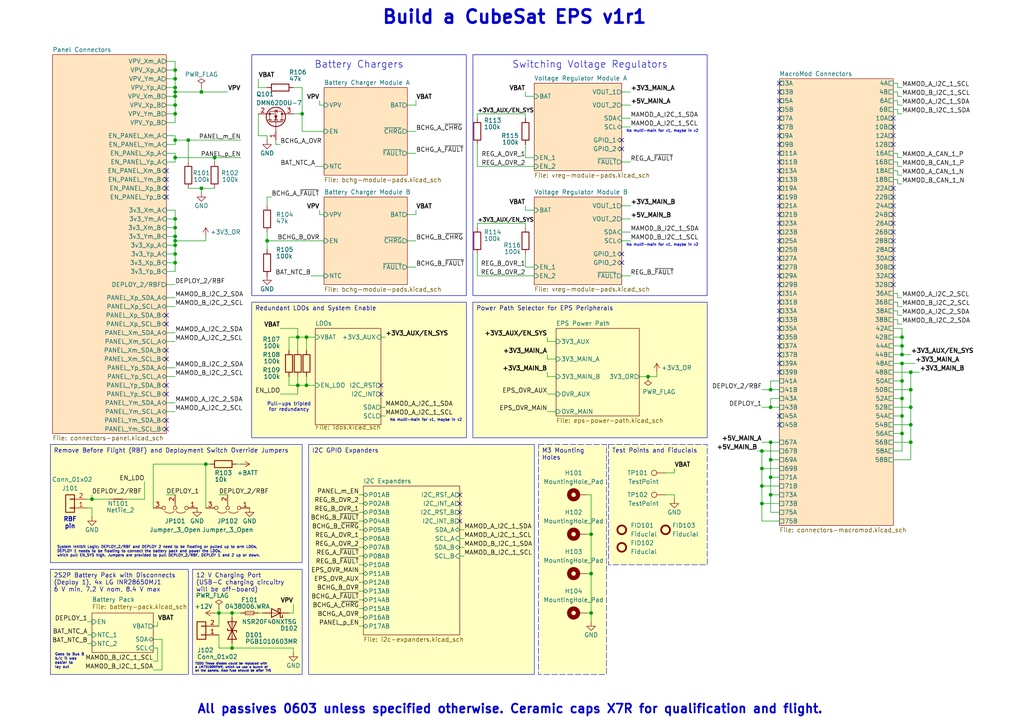
<source format=kicad_sch>
(kicad_sch (version 20250114) (generator "eeschema") (generator_version "9.0")
  (paper "A4")
  (title_block (title "EPS v1 ") (date "2025-06-11") (rev "1") (company "MSU") (comment 1 "Dodo Kamel") (comment 2 "CC BY-SA 4.0") (comment 3 "https://buildacubesat.space"))
  (text "No multi-main for v1, maybe in v2" (at 113.03 121.92 0) (effects (font (size 0.762 0.762)) (justify left)))
  (text "All passives 0603 unless specified otherwise. Ceramic caps X7R for qualification and flight." (at 147.955 205.74 0) (effects (font (size 2.54 2.54) (bold yes))))
  (text "Pull-ups tripled\nfor redundancy" (at 83.82 118.11 0) (effects (font (size 1.016 1.016))))
  (text "Build a CubeSat EPS v1r${REVISION}" (at 149.225 5.08 0) (effects (font (size 3.81 3.81) (bold yes))))
  (text "No multi-main for v1, maybe in v2" (at 181.61 38.1 0) (effects (font (size 0.762 0.762)) (justify left)))
  (text "Goes to Bus B\nb/c it was\neasier to\nlay out" (at 15.875 191.77 0) (effects (font (size 0.762 0.762)) (justify left)))
  (text "No multi-main for v1, maybe in v2" (at 181.61 71.12 0) (effects (font (size 0.762 0.762)) (justify left)))
  (text "System Inhibit Logic: DEPLOY_2/RBF and DEPLOY 2 need to be floating or pulled up to arm LDOs,\nDEPLOY 1 needs to be floating to connect the battery pack and power the LDOs,\nwhich pull EN_SYS high. Jumpers are provided to pull DEPLOY_2/RBF, DEPLOY 1 and 2 up or down." (at 16.51 160.02 0) (effects (font (size 0.762 0.762)) (justify left)))
  (text "TODO These diodes could be replaced with\na LM73100RPWR, which we use a bunch of\non the panels. Also fuse should be after TVS" (at 56.515 193.675 0) (effects (font (size 0.635 0.635)) (justify left)))
  (text "RBF\npin" (at 20.32 151.765 0) (effects (font (size 1.27 1.27) (thickness 0.254) (bold yes))))
  (text_box "2S2P Battery Pack with Disconnects (Deploy 1), 4x LG INR28650MJ1\n6 V min, 7.2 V nom, 8.4 V max" (at 14.605 165.1 0) (size 40.005 30.48) (margins 0.9525 0.9525 0.9525 0.9525) (fill (type color) (color 255 255 194 1)) (effects (font (size 1.27 1.27)) (justify left top)))
  (text_box "Switching Voltage Regulators" (at 137.16 15.875 0) (size 67.945 69.85) (margins 1.524 1.524 1.524 1.524) (effects (font (size 2.032 2.032)) (justify top)))
  (text_box "M3 Mounting Holes" (at 156.21 128.905 0) (size 19.685 66.675) (margins 0.9525 0.9525 0.9525 0.9525) (stroke (width 0) (type dash)) (fill (type color) (color 255 255 194 1)) (effects (font (size 1.27 1.27)) (justify left top)))
  (text_box "I2C GPIO Expanders" (at 89.535 128.905 0) (size 65.405 66.675) (margins 0.9525 0.9525 0.9525 0.9525) (fill (type color) (color 255 255 194 1)) (effects (font (size 1.27 1.27)) (justify left top)))
  (text_box "Redundant LDOs and System Enable" (at 73.025 87.63 0) (size 62.23 39.37) (margins 0.9525 0.9525 0.9525 0.9525) (fill (type color) (color 255 255 194 1)) (effects (font (size 1.27 1.27)) (justify left top)))
  (text_box "Test Points and Fiducials" (at 176.53 128.905 0) (size 28.575 34.925) (margins 0.9525 0.9525 0.9525 0.9525) (stroke (width 0) (type dash)) (fill (type color) (color 255 255 194 1)) (effects (font (size 1.27 1.27)) (justify left top)))
  (text_box "12 V Charging Port\n(USB-C charging circuitry\nwill be off-board)" (at 55.88 165.1 0) (size 31.75 30.48) (margins 0.9525 0.9525 0.9525 0.9525) (fill (type color) (color 255 255 194 1)) (effects (font (size 1.27 1.27)) (justify left top)))
  (text_box "Battery Chargers" (at 73.025 15.875 0) (size 62.23 69.85) (margins 1.524 1.524 1.524 1.524) (effects (font (size 2.032 2.032)) (justify top)))
  (text_box "Remove Before Flight (RBF) and Deployment Switch Override Jumpers" (at 14.605 128.905 0) (size 73.025 34.29) (margins 0.9525 0.9525 0.9525 0.9525) (fill (type color) (color 255 255 194 1)) (effects (font (size 1.27 1.27)) (justify left top)))
  (text_box "Power Path Selector for EPS Peripherals" (at 137.16 87.63 0) (size 67.945 39.37) (margins 0.9525 0.9525 0.9525 0.9525) (fill (type color) (color 255 255 194 1)) (effects (font (size 1.27 1.27)) (justify left top)))
  (junction (at 67.31 177.8))
  (junction (at 264.16 118.11))
  (junction (at 223.52 118.11))
  (junction (at 50.8 27.94))
  (junction (at 58.42 26.67))
  (junction (at 50.8 63.5))
  (junction (at 171.45 177.8))
  (junction (at 50.8 26.67))
  (junction (at 223.52 128.27))
  (junction (at 261.62 105.41))
  (junction (at 264.16 128.27))
  (junction (at 223.52 113.03))
  (junction (at 50.8 25.4))
  (junction (at 261.62 125.73))
  (junction (at 50.8 73.66))
  (junction (at 88.9 111.76))
  (junction (at 261.62 100.33))
  (junction (at 50.8 33.02))
  (junction (at 187.96 109.22))
  (junction (at 59.69 134.62))
  (junction (at 77.47 69.85))
  (junction (at 50.8 66.04))
  (junction (at 220.98 140.97))
  (junction (at 261.62 120.65))
  (junction (at 223.52 133.35))
  (junction (at 171.45 166.37))
  (junction (at 50.8 40.64))
  (junction (at 50.8 20.32))
  (junction (at 86.36 97.79))
  (junction (at 50.8 69.85))
  (junction (at 261.62 115.57))
  (junction (at 261.62 97.79))
  (junction (at 223.52 138.43))
  (junction (at 54.61 40.64))
  (junction (at 62.23 45.72))
  (junction (at 50.8 30.48))
  (junction (at 50.8 71.12))
  (junction (at 50.8 22.86))
  (junction (at 26.67 144.78))
  (junction (at 264.16 107.95))
  (junction (at 50.8 68.58))
  (junction (at 264.16 123.19))
  (junction (at 86.36 111.76))
  (junction (at 50.8 76.2))
  (junction (at 87.63 33.02))
  (junction (at 264.16 113.03))
  (junction (at 220.98 130.81))
  (junction (at 261.62 102.87))
  (junction (at 261.62 110.49))
  (junction (at 88.9 97.79))
  (junction (at 58.42 54.61))
  (junction (at 220.98 135.89))
  (junction (at 171.45 154.94))
  (junction (at 63.5 177.8))
  (junction (at 220.98 146.05))
  (junction (at 223.52 143.51))
  (junction (at 50.8 45.72))
  (junction (at 67.31 187.96))
  (no_connect (at 226.06 92.71))
  (no_connect (at 226.06 95.25))
  (no_connect (at 226.06 105.41))
  (no_connect (at 226.06 64.77))
  (no_connect (at 226.06 87.63))
  (no_connect (at 226.06 120.65))
  (no_connect (at 48.26 121.92))
  (no_connect (at 259.08 54.61))
  (no_connect (at 48.26 104.14))
  (no_connect (at 226.06 62.23))
  (no_connect (at 259.08 74.93))
  (no_connect (at 180.34 40.64))
  (no_connect (at 110.49 114.3))
  (no_connect (at 259.08 57.15))
  (no_connect (at 226.06 85.09))
  (no_connect (at 226.06 100.33))
  (no_connect (at 133.35 143.51))
  (no_connect (at 259.08 80.01))
  (no_connect (at 48.26 54.61))
  (no_connect (at 259.08 67.31))
  (no_connect (at 48.26 124.46))
  (no_connect (at 259.08 34.29))
  (no_connect (at 226.06 41.91))
  (no_connect (at 259.08 36.83))
  (no_connect (at 48.26 49.53))
  (no_connect (at 110.49 111.76))
  (no_connect (at 259.08 72.39))
  (no_connect (at 226.06 80.01))
  (no_connect (at 259.08 39.37))
  (no_connect (at 226.06 44.45))
  (no_connect (at 133.35 148.59))
  (no_connect (at 259.08 41.91))
  (no_connect (at 226.06 29.21))
  (no_connect (at 48.26 93.98))
  (no_connect (at 226.06 74.93))
  (no_connect (at 259.08 82.55))
  (no_connect (at 226.06 72.39))
  (no_connect (at 180.34 43.18))
  (no_connect (at 48.26 91.44))
  (no_connect (at 226.06 24.13))
  (no_connect (at 259.08 77.47))
  (no_connect (at 226.06 123.19))
  (no_connect (at 259.08 59.69))
  (no_connect (at 226.06 67.31))
  (no_connect (at 226.06 107.95))
  (no_connect (at 226.06 82.55))
  (no_connect (at 226.06 46.99))
  (no_connect (at 259.08 69.85))
  (no_connect (at 226.06 34.29))
  (no_connect (at 226.06 102.87))
  (no_connect (at 180.34 76.2))
  (no_connect (at 226.06 31.75))
  (no_connect (at 226.06 52.07))
  (no_connect (at 226.06 39.37))
  (no_connect (at 180.34 73.66))
  (no_connect (at 226.06 57.15))
  (no_connect (at 226.06 59.69))
  (no_connect (at 48.26 101.6))
  (no_connect (at 226.06 77.47))
  (no_connect (at 133.35 151.13))
  (no_connect (at 226.06 90.17))
  (no_connect (at 226.06 26.67))
  (no_connect (at 48.26 111.76))
  (no_connect (at 226.06 54.61))
  (no_connect (at 133.35 146.05))
  (no_connect (at 226.06 69.85))
  (no_connect (at 48.26 52.07))
  (no_connect (at 226.06 49.53))
  (no_connect (at 259.08 64.77))
  (no_connect (at 226.06 97.79))
  (no_connect (at 48.26 57.15))
  (no_connect (at 259.08 62.23))
  (no_connect (at 226.06 36.83))
  (no_connect (at 48.26 114.3))
  (wire (pts (xy 259.08 95.25) (xy 261.62 95.25)))
  (wire (pts (xy 152.4 27.94) (xy 152.4 26.67)))
  (wire (pts (xy 138.43 73.66) (xy 138.43 80.01)))
  (wire (pts (xy 110.49 118.11) (xy 111.76 118.11)))
  (wire (pts (xy 260.35 52.07) (xy 259.08 52.07)))
  (wire (pts (xy 266.7 107.95) (xy 264.16 107.95)))
  (wire (pts (xy 88.9 109.22) (xy 88.9 111.76)))
  (wire (pts (xy 261.62 86.36) (xy 260.35 86.36)))
  (wire (pts (xy 104.14 181.61) (xy 105.41 181.61)))
  (wire (pts (xy 170.18 166.37) (xy 171.45 166.37)))
  (wire (pts (xy 50.8 40.64) (xy 50.8 41.91)))
  (wire (pts (xy 138.43 66.04) (xy 138.43 64.77)))
  (wire (pts (xy 77.47 25.4) (xy 74.93 25.4)))
  (wire (pts (xy 41.91 139.7) (xy 41.91 144.78)))
  (wire (pts (xy 50.8 68.58) (xy 50.8 69.85)))
  (wire (pts (xy 158.75 119.38) (xy 161.29 119.38)))
  (wire (pts (xy 48.26 99.06) (xy 50.8 99.06)))
  (wire (pts (xy 260.35 86.36) (xy 260.35 85.09)))
  (wire (pts (xy 264.16 118.11) (xy 264.16 123.19)))
  (wire (pts (xy 58.42 25.4) (xy 58.42 26.67)))
  (wire (pts (xy 220.98 128.27) (xy 223.52 128.27)))
  (wire (pts (xy 152.4 77.47) (xy 154.94 77.47)))
  (wire (pts (xy 260.35 91.44) (xy 260.35 90.17)))
  (wire (pts (xy 48.26 20.32) (xy 50.8 20.32)))
  (wire (pts (xy 180.34 69.85) (xy 182.88 69.85)))
  (wire (pts (xy 259.08 97.79) (xy 261.62 97.79)))
  (wire (pts (xy 260.35 88.9) (xy 260.35 87.63)))
  (wire (pts (xy 48.26 116.84) (xy 50.8 116.84)))
  (wire (pts (xy 261.62 105.41) (xy 261.62 110.49)))
  (wire (pts (xy 158.75 99.06) (xy 161.29 99.06)))
  (wire (pts (xy 104.14 179.07) (xy 105.41 179.07)))
  (wire (pts (xy 67.31 187.96) (xy 85.09 187.96)))
  (wire (pts (xy 261.62 27.94) (xy 260.35 27.94)))
  (wire (pts (xy 260.35 44.45) (xy 259.08 44.45)))
  (wire (pts (xy 48.26 63.5) (xy 50.8 63.5)))
  (wire (pts (xy 104.14 153.67) (xy 105.41 153.67)))
  (wire (pts (xy 134.62 156.21) (xy 133.35 156.21)))
  (wire (pts (xy 261.62 50.8) (xy 260.35 50.8)))
  (wire (pts (xy 120.65 29.21) (xy 120.65 30.48)))
  (wire (pts (xy 63.5 177.8) (xy 63.5 181.61)))
  (wire (pts (xy 223.52 143.51) (xy 226.06 143.51)))
  (wire (pts (xy 261.62 25.4) (xy 260.35 25.4)))
  (wire (pts (xy 261.62 93.98) (xy 260.35 93.98)))
  (wire (pts (xy 104.14 171.45) (xy 105.41 171.45)))
  (wire (pts (xy 261.62 95.25) (xy 261.62 97.79)))
  (wire (pts (xy 50.8 76.2) (xy 50.8 78.74)))
  (wire (pts (xy 48.26 66.04) (xy 50.8 66.04)))
  (wire (pts (xy 261.62 125.73) (xy 259.08 125.73)))
  (wire (pts (xy 260.35 26.67) (xy 259.08 26.67)))
  (wire (pts (xy 152.4 45.72) (xy 154.94 45.72)))
  (wire (pts (xy 87.63 38.1) (xy 87.63 33.02)))
  (wire (pts (xy 50.8 71.12) (xy 50.8 73.66)))
  (wire (pts (xy 67.31 177.8) (xy 69.85 177.8)))
  (wire (pts (xy 180.34 36.83) (xy 182.88 36.83)))
  (wire (pts (xy 260.35 33.02) (xy 260.35 31.75)))
  (wire (pts (xy 77.47 67.31) (xy 77.47 69.85)))
  (wire (pts (xy 59.69 69.85) (xy 50.8 69.85)))
  (wire (pts (xy 26.67 147.32) (xy 26.67 149.86)))
  (wire (pts (xy 180.34 59.69) (xy 182.88 59.69)))
  (wire (pts (xy 259.08 105.41) (xy 261.62 105.41)))
  (wire (pts (xy 260.35 50.8) (xy 260.35 49.53)))
  (wire (pts (xy 50.8 25.4) (xy 50.8 26.67)))
  (wire (pts (xy 77.47 72.39) (xy 77.47 69.85)))
  (wire (pts (xy 134.62 161.29) (xy 133.35 161.29)))
  (wire (pts (xy 261.62 53.34) (xy 260.35 53.34)))
  (wire (pts (xy 58.42 26.67) (xy 66.04 26.67)))
  (wire (pts (xy 261.62 45.72) (xy 260.35 45.72)))
  (wire (pts (xy 25.4 184.15) (xy 26.67 184.15)))
  (wire (pts (xy 92.71 60.96) (xy 92.71 62.23)))
  (wire (pts (xy 48.26 71.12) (xy 50.8 71.12)))
  (wire (pts (xy 54.61 54.61) (xy 58.42 54.61)))
  (wire (pts (xy 44.45 187.96) (xy 45.72 187.96)))
  (wire (pts (xy 25.4 186.69) (xy 26.67 186.69)))
  (wire (pts (xy 260.35 45.72) (xy 260.35 44.45)))
  (wire (pts (xy 158.75 102.87) (xy 158.75 104.14)))
  (wire (pts (xy 171.45 177.8) (xy 171.45 180.34)))
  (wire (pts (xy 50.8 30.48) (xy 50.8 33.02)))
  (wire (pts (xy 260.35 31.75) (xy 259.08 31.75)))
  (wire (pts (xy 264.16 102.87) (xy 261.62 102.87)))
  (wire (pts (xy 104.14 166.37) (xy 105.41 166.37)))
  (wire (pts (xy 87.63 38.1) (xy 93.98 38.1)))
  (wire (pts (xy 120.65 60.96) (xy 120.65 62.23)))
  (wire (pts (xy 261.62 102.87) (xy 259.08 102.87)))
  (wire (pts (xy 88.9 97.79) (xy 91.44 97.79)))
  (wire (pts (xy 104.14 173.99) (xy 105.41 173.99)))
  (wire (pts (xy 67.31 187.96) (xy 67.31 186.69)))
  (wire (pts (xy 187.96 109.22) (xy 190.5 109.22)))
  (wire (pts (xy 50.8 46.99) (xy 48.26 46.99)))
  (wire (pts (xy 220.98 151.13) (xy 226.06 151.13)))
  (wire (pts (xy 261.62 91.44) (xy 260.35 91.44)))
  (wire (pts (xy 223.52 133.35) (xy 226.06 133.35)))
  (wire (pts (xy 264.16 123.19) (xy 259.08 123.19)))
  (wire (pts (xy 193.04 143.51) (xy 195.58 143.51)))
  (wire (pts (xy 220.98 130.81) (xy 220.98 135.89)))
  (wire (pts (xy 220.98 146.05) (xy 226.06 146.05)))
  (wire (pts (xy 50.8 35.56) (xy 48.26 35.56)))
  (wire (pts (xy 86.36 97.79) (xy 86.36 101.6)))
  (wire (pts (xy 180.34 30.48) (xy 182.88 30.48)))
  (wire (pts (xy 220.98 140.97) (xy 220.98 146.05)))
  (wire (pts (xy 48.26 27.94) (xy 50.8 27.94)))
  (wire (pts (xy 86.36 95.25) (xy 86.36 97.79)))
  (wire (pts (xy 58.42 54.61) (xy 62.23 54.61)))
  (wire (pts (xy 260.35 85.09) (xy 259.08 85.09)))
  (wire (pts (xy 260.35 24.13) (xy 259.08 24.13)))
  (wire (pts (xy 85.09 187.96) (xy 85.09 189.23)))
  (wire (pts (xy 171.45 166.37) (xy 171.45 177.8)))
  (wire (pts (xy 118.11 44.45) (xy 120.65 44.45)))
  (wire (pts (xy 158.75 114.3) (xy 161.29 114.3)))
  (wire (pts (xy 138.43 80.01) (xy 154.94 80.01)))
  (wire (pts (xy 264.16 113.03) (xy 264.16 118.11)))
  (wire (pts (xy 92.71 62.23) (xy 93.98 62.23)))
  (wire (pts (xy 44.45 185.42) (xy 46.99 185.42)))
  (wire (pts (xy 50.8 17.78) (xy 50.8 20.32)))
  (wire (pts (xy 223.52 113.03) (xy 226.06 113.03)))
  (wire (pts (xy 85.09 175.26) (xy 85.09 177.8)))
  (wire (pts (xy 180.34 63.5) (xy 182.88 63.5)))
  (wire (pts (xy 171.45 154.94) (xy 171.45 166.37)))
  (wire (pts (xy 223.52 133.35) (xy 223.52 138.43)))
  (wire (pts (xy 152.4 27.94) (xy 154.94 27.94)))
  (wire (pts (xy 83.82 111.76) (xy 86.36 111.76)))
  (wire (pts (xy 50.8 66.04) (xy 50.8 68.58)))
  (wire (pts (xy 54.61 40.64) (xy 54.61 46.99)))
  (wire (pts (xy 259.08 100.33) (xy 261.62 100.33)))
  (wire (pts (xy 261.62 97.79) (xy 261.62 100.33)))
  (wire (pts (xy 62.23 46.99) (xy 62.23 45.72)))
  (wire (pts (xy 260.35 25.4) (xy 260.35 24.13)))
  (wire (pts (xy 134.62 153.67) (xy 133.35 153.67)))
  (wire (pts (xy 104.14 143.51) (xy 105.41 143.51)))
  (wire (pts (xy 83.82 109.22) (xy 83.82 111.76)))
  (wire (pts (xy 134.62 158.75) (xy 133.35 158.75)))
  (wire (pts (xy 50.8 69.85) (xy 50.8 71.12)))
  (wire (pts (xy 264.16 123.19) (xy 264.16 128.27)))
  (wire (pts (xy 223.52 110.49) (xy 223.52 113.03)))
  (wire (pts (xy 223.52 148.59) (xy 226.06 148.59)))
  (wire (pts (xy 48.26 143.51) (xy 50.8 143.51)))
  (wire (pts (xy 48.26 73.66) (xy 50.8 73.66)))
  (wire (pts (xy 50.8 60.96) (xy 50.8 63.5)))
  (wire (pts (xy 48.26 60.96) (xy 50.8 60.96)))
  (wire (pts (xy 59.69 134.62) (xy 59.69 147.32)))
  (wire (pts (xy 45.72 180.34) (xy 45.72 181.61)))
  (wire (pts (xy 104.14 161.29) (xy 105.41 161.29)))
  (wire (pts (xy 77.47 39.37) (xy 77.47 40.64)))
  (wire (pts (xy 48.26 76.2) (xy 50.8 76.2)))
  (wire (pts (xy 158.75 97.79) (xy 158.75 99.06)))
  (wire (pts (xy 185.42 109.22) (xy 187.96 109.22)))
  (wire (pts (xy 220.98 118.11) (xy 223.52 118.11)))
  (wire (pts (xy 261.62 88.9) (xy 260.35 88.9)))
  (wire (pts (xy 260.35 90.17) (xy 259.08 90.17)))
  (wire (pts (xy 74.93 25.4) (xy 74.93 22.86)))
  (wire (pts (xy 111.76 97.79) (xy 110.49 97.79)))
  (wire (pts (xy 152.4 60.96) (xy 154.94 60.96)))
  (wire (pts (xy 87.63 25.4) (xy 87.63 33.02)))
  (wire (pts (xy 45.72 181.61) (xy 44.45 181.61)))
  (wire (pts (xy 261.62 130.81) (xy 259.08 130.81)))
  (wire (pts (xy 120.65 62.23) (xy 118.11 62.23)))
  (wire (pts (xy 48.26 106.68) (xy 50.8 106.68)))
  (wire (pts (xy 48.26 33.02) (xy 50.8 33.02)))
  (wire (pts (xy 260.35 29.21) (xy 259.08 29.21)))
  (wire (pts (xy 86.36 114.3) (xy 86.36 111.76)))
  (wire (pts (xy 226.06 115.57) (xy 223.52 115.57)))
  (wire (pts (xy 48.26 68.58) (xy 50.8 68.58)))
  (wire (pts (xy 77.47 39.37) (xy 74.93 39.37)))
  (wire (pts (xy 158.75 107.95) (xy 158.75 109.22)))
  (wire (pts (xy 261.62 125.73) (xy 261.62 130.81)))
  (wire (pts (xy 48.26 22.86) (xy 50.8 22.86)))
  (wire (pts (xy 170.18 154.94) (xy 171.45 154.94)))
  (wire (pts (xy 104.14 156.21) (xy 105.41 156.21)))
  (wire (pts (xy 48.26 109.22) (xy 50.8 109.22)))
  (wire (pts (xy 83.82 97.79) (xy 86.36 97.79)))
  (wire (pts (xy 92.71 30.48) (xy 93.98 30.48)))
  (wire (pts (xy 60.96 134.62) (xy 59.69 134.62)))
  (wire (pts (xy 118.11 69.85) (xy 120.65 69.85)))
  (wire (pts (xy 63.5 176.53) (xy 63.5 177.8)))
  (wire (pts (xy 26.67 143.51) (xy 26.67 144.78)))
  (wire (pts (xy 63.5 187.96) (xy 67.31 187.96)))
  (wire (pts (xy 68.58 134.62) (xy 69.85 134.62)))
  (wire (pts (xy 226.06 128.27) (xy 223.52 128.27)))
  (wire (pts (xy 260.35 93.98) (xy 260.35 92.71)))
  (wire (pts (xy 81.28 95.25) (xy 86.36 95.25)))
  (wire (pts (xy 50.8 26.67) (xy 50.8 27.94)))
  (wire (pts (xy 138.43 41.91) (xy 138.43 48.26)))
  (wire (pts (xy 41.91 144.78) (xy 36.83 144.78)))
  (wire (pts (xy 44.45 134.62) (xy 59.69 134.62)))
  (wire (pts (xy 261.62 120.65) (xy 259.08 120.65)))
  (wire (pts (xy 50.8 44.45) (xy 50.8 45.72)))
  (wire (pts (xy 48.26 119.38) (xy 50.8 119.38)))
  (wire (pts (xy 180.34 34.29) (xy 182.88 34.29)))
  (wire (pts (xy 67.31 177.8) (xy 67.31 179.07)))
  (wire (pts (xy 220.98 135.89) (xy 220.98 140.97)))
  (wire (pts (xy 260.35 27.94) (xy 260.35 26.67)))
  (wire (pts (xy 26.67 144.78) (xy 25.4 144.78)))
  (wire (pts (xy 264.16 107.95) (xy 259.08 107.95)))
  (wire (pts (xy 26.67 144.78) (xy 31.75 144.78)))
  (wire (pts (xy 63.5 184.15) (xy 63.5 187.96)))
  (wire (pts (xy 264.16 113.03) (xy 259.08 113.03)))
  (wire (pts (xy 45.72 187.96) (xy 45.72 191.77)))
  (wire (pts (xy 190.5 109.22) (xy 190.5 107.95)))
  (wire (pts (xy 85.09 25.4) (xy 87.63 25.4)))
  (wire (pts (xy 86.36 111.76) (xy 88.9 111.76)))
  (wire (pts (xy 223.52 118.11) (xy 226.06 118.11)))
  (wire (pts (xy 261.62 115.57) (xy 259.08 115.57)))
  (wire (pts (xy 48.26 86.36) (xy 50.8 86.36)))
  (wire (pts (xy 195.58 143.51) (xy 195.58 144.78)))
  (wire (pts (xy 152.4 60.96) (xy 152.4 59.69)))
  (wire (pts (xy 220.98 146.05) (xy 220.98 151.13)))
  (wire (pts (xy 81.28 41.91) (xy 80.01 41.91)))
  (wire (pts (xy 77.47 69.85) (xy 93.98 69.85)))
  (wire (pts (xy 50.8 41.91) (xy 48.26 41.91)))
  (wire (pts (xy 261.62 110.49) (xy 261.62 115.57)))
  (wire (pts (xy 170.18 177.8) (xy 171.45 177.8)))
  (wire (pts (xy 104.14 163.83) (xy 105.41 163.83)))
  (wire (pts (xy 219.71 130.81) (xy 220.98 130.81)))
  (wire (pts (xy 104.14 176.53) (xy 105.41 176.53)))
  (wire (pts (xy 118.11 38.1) (xy 120.65 38.1)))
  (wire (pts (xy 170.18 143.51) (xy 171.45 143.51)))
  (wire (pts (xy 138.43 48.26) (xy 154.94 48.26)))
  (wire (pts (xy 195.58 137.16) (xy 193.04 137.16)))
  (wire (pts (xy 180.34 26.67) (xy 182.88 26.67)))
  (wire (pts (xy 48.26 82.55) (xy 50.8 82.55)))
  (wire (pts (xy 85.09 177.8) (xy 83.82 177.8)))
  (wire (pts (xy 25.4 180.34) (xy 26.67 180.34)))
  (wire (pts (xy 261.62 100.33) (xy 261.62 102.87)))
  (wire (pts (xy 180.34 67.31) (xy 182.88 67.31)))
  (wire (pts (xy 195.58 135.89) (xy 195.58 137.16)))
  (wire (pts (xy 138.43 33.02) (xy 152.4 33.02)))
  (wire (pts (xy 77.47 57.15) (xy 78.74 57.15)))
  (wire (pts (xy 104.14 168.91) (xy 105.41 168.91)))
  (wire (pts (xy 220.98 113.03) (xy 223.52 113.03)))
  (wire (pts (xy 44.45 134.62) (xy 44.45 147.32)))
  (wire (pts (xy 261.62 33.02) (xy 260.35 33.02)))
  (wire (pts (xy 220.98 130.81) (xy 226.06 130.81)))
  (wire (pts (xy 88.9 97.79) (xy 88.9 101.6)))
  (wire (pts (xy 138.43 64.77) (xy 152.4 64.77)))
  (wire (pts (xy 62.23 45.72) (xy 69.85 45.72)))
  (wire (pts (xy 264.16 133.35) (xy 259.08 133.35)))
  (wire (pts (xy 58.42 55.88) (xy 58.42 54.61)))
  (wire (pts (xy 152.4 66.04) (xy 152.4 64.77)))
  (wire (pts (xy 50.8 27.94) (xy 50.8 30.48)))
  (wire (pts (xy 158.75 104.14) (xy 161.29 104.14)))
  (wire (pts (xy 180.34 46.99) (xy 182.88 46.99)))
  (wire (pts (xy 81.28 114.3) (xy 86.36 114.3)))
  (wire (pts (xy 264.16 118.11) (xy 259.08 118.11)))
  (wire (pts (xy 261.62 110.49) (xy 259.08 110.49)))
  (wire (pts (xy 50.8 73.66) (xy 50.8 76.2)))
  (wire (pts (xy 152.4 73.66) (xy 152.4 77.47)))
  (wire (pts (xy 63.5 143.51) (xy 66.04 143.51)))
  (wire (pts (xy 91.44 48.26) (xy 93.98 48.26)))
  (wire (pts (xy 223.52 143.51) (xy 223.52 148.59)))
  (wire (pts (xy 120.65 30.48) (xy 118.11 30.48)))
  (wire (pts (xy 50.8 45.72) (xy 62.23 45.72)))
  (wire (pts (xy 260.35 48.26) (xy 260.35 46.99)))
  (wire (pts (xy 50.8 20.32) (xy 50.8 22.86)))
  (wire (pts (xy 69.85 40.64) (xy 54.61 40.64)))
  (wire (pts (xy 45.72 191.77) (xy 44.45 191.77)))
  (wire (pts (xy 261.62 115.57) (xy 261.62 120.65)))
  (wire (pts (xy 152.4 34.29) (xy 152.4 33.02)))
  (wire (pts (xy 260.35 92.71) (xy 259.08 92.71)))
  (wire (pts (xy 264.16 107.95) (xy 264.16 113.03)))
  (wire (pts (xy 90.17 80.01) (xy 93.98 80.01)))
  (wire (pts (xy 50.8 40.64) (xy 54.61 40.64)))
  (wire (pts (xy 48.26 39.37) (xy 50.8 39.37)))
  (wire (pts (xy 260.35 30.48) (xy 260.35 29.21)))
  (wire (pts (xy 48.26 17.78) (xy 50.8 17.78)))
  (wire (pts (xy 158.75 109.22) (xy 161.29 109.22)))
  (wire (pts (xy 87.63 33.02) (xy 85.09 33.02)))
  (wire (pts (xy 48.26 88.9) (xy 50.8 88.9)))
  (wire (pts (xy 86.36 109.22) (xy 86.36 111.76)))
  (wire (pts (xy 104.14 158.75) (xy 105.41 158.75)))
  (wire (pts (xy 83.82 97.79) (xy 83.82 101.6)))
  (wire (pts (xy 104.14 146.05) (xy 105.41 146.05)))
  (wire (pts (xy 226.06 110.49) (xy 223.52 110.49)))
  (wire (pts (xy 138.43 34.29) (xy 138.43 33.02)))
  (wire (pts (xy 46.99 194.31) (xy 44.45 194.31)))
  (wire (pts (xy 152.4 41.91) (xy 152.4 45.72)))
  (wire (pts (xy 110.49 120.65) (xy 111.76 120.65)))
  (wire (pts (xy 264.16 128.27) (xy 259.08 128.27)))
  (wire (pts (xy 260.35 53.34) (xy 260.35 52.07)))
  (wire (pts (xy 260.35 87.63) (xy 259.08 87.63)))
  (wire (pts (xy 50.8 63.5) (xy 50.8 66.04)))
  (wire (pts (xy 104.14 151.13) (xy 105.41 151.13)))
  (wire (pts (xy 220.98 140.97) (xy 226.06 140.97)))
  (wire (pts (xy 62.23 177.8) (xy 63.5 177.8)))
  (wire (pts (xy 50.8 22.86) (xy 50.8 25.4)))
  (wire (pts (xy 48.26 30.48) (xy 50.8 30.48)))
  (wire (pts (xy 171.45 143.51) (xy 171.45 154.94)))
  (wire (pts (xy 50.8 33.02) (xy 50.8 35.56)))
  (wire (pts (xy 261.62 30.48) (xy 260.35 30.48)))
  (wire (pts (xy 223.52 128.27) (xy 223.52 133.35)))
  (wire (pts (xy 50.8 26.67) (xy 58.42 26.67)))
  (wire (pts (xy 80.01 41.91) (xy 80.01 40.64)))
  (wire (pts (xy 86.36 97.79) (xy 88.9 97.79)))
  (wire (pts (xy 48.26 78.74) (xy 50.8 78.74)))
  (wire (pts (xy 48.26 96.52) (xy 50.8 96.52)))
  (wire (pts (xy 223.52 115.57) (xy 223.52 118.11)))
  (wire (pts (xy 223.52 138.43) (xy 226.06 138.43)))
  (wire (pts (xy 260.35 49.53) (xy 259.08 49.53)))
  (wire (pts (xy 261.62 48.26) (xy 260.35 48.26)))
  (wire (pts (xy 25.4 147.32) (xy 26.67 147.32)))
  (wire (pts (xy 50.8 25.4) (xy 48.26 25.4)))
  (wire (pts (xy 74.93 39.37) (xy 74.93 33.02)))
  (wire (pts (xy 50.8 39.37) (xy 50.8 40.64)))
  (wire (pts (xy 50.8 45.72) (xy 50.8 46.99)))
  (wire (pts (xy 48.26 44.45) (xy 50.8 44.45)))
  (wire (pts (xy 92.71 30.48) (xy 92.71 29.21)))
  (wire (pts (xy 104.14 148.59) (xy 105.41 148.59)))
  (wire (pts (xy 260.35 46.99) (xy 259.08 46.99)))
  (wire (pts (xy 220.98 135.89) (xy 226.06 135.89)))
  (wire (pts (xy 180.34 80.01) (xy 182.88 80.01)))
  (wire (pts (xy 74.93 177.8) (xy 76.2 177.8)))
  (wire (pts (xy 67.31 177.8) (xy 63.5 177.8)))
  (wire (pts (xy 223.52 138.43) (xy 223.52 143.51)))
  (wire (pts (xy 118.11 77.47) (xy 120.65 77.47)))
  (wire (pts (xy 264.16 128.27) (xy 264.16 133.35)))
  (wire (pts (xy 261.62 120.65) (xy 261.62 125.73)))
  (wire (pts (xy 77.47 59.69) (xy 77.47 57.15)))
  (wire (pts (xy 59.69 69.85) (xy 59.69 68.58)))
  (wire (pts (xy 46.99 185.42) (xy 46.99 194.31)))
  (wire (pts (xy 265.43 105.41) (xy 261.62 105.41)))
  (wire (pts (xy 88.9 111.76) (xy 91.44 111.76)))
  (label "VPV" (at 92.71 60.96 180) (effects (font (bold yes))))
  (label "VBAT" (at 74.93 22.86 0) (effects (font (bold yes))))
  (label "MAMOD_A_I2C_2_SDA" (at 261.62 91.44 0))
  (label "MAMOD_B_I2C_1_SDA" (at 182.88 67.31 0))
  (label "BAT_NTC_A" (at 91.44 48.26 180))
  (label "REG_A_OVR_2" (at 152.4 48.26 180))
  (label "VBAT" (at 45.72 180.34 0) (effects (font (bold yes))))
  (label "MAMOD_A_I2C_2_SCL" (at 50.8 99.06 0))
  (label "REG_A_OVR_1" (at 104.14 156.21 180))
  (label "DEPLOY_1" (at 25.4 180.34 180))
  (label "+3V3_MAIN_A" (at 158.75 102.87 180) (effects (font (bold yes))))
  (label "BAT_NTC_B" (at 90.17 80.01 180))
  (label "+3V3_AUX{slash}EN_SYS" (at 111.76 97.79 0) (effects (font (bold yes))))
  (label "MAMOD_B_I2C_2_SDA" (at 50.8 86.36 0))
  (label "BAT_NTC_A" (at 25.4 184.15 180))
  (label "DEPLOY_1" (at 48.26 143.51 0))
  (label "BCHG_A_~{FAULT}" (at 120.65 44.45 0))
  (label "EPS_OVR_MAIN" (at 158.75 119.38 180))
  (label "BCHG_B_OVR" (at 92.71 69.85 180))
  (label "MAMOD_B_I2C_2_SCL" (at 50.8 88.9 0))
  (label "BCHG_A_~{FAULT}" (at 104.14 173.99 180))
  (label "REG_B_OVR_2" (at 152.4 80.01 180))
  (label "MAMOD_B_I2C_1_SDA" (at 134.62 158.75 0))
  (label "REG_B_~{FAULT}" (at 104.14 163.83 180))
  (label "VBAT" (at 120.65 29.21 0) (effects (font (bold yes))))
  (label "REG_A_OVR_1" (at 152.4 45.72 180))
  (label "EPS_OVR_AUX" (at 158.75 114.3 180))
  (label "+3V3_AUX{slash}EN_SYS" (at 138.43 64.77 0) (effects (font (size 1.143 1.143) (bold yes))))
  (label "REG_B_OVR_1" (at 152.4 77.47 180))
  (label "MAMOD_A_CAN_1_N" (at 261.62 50.8 0))
  (label "MAMOD_A_I2C_1_SDA" (at 134.62 153.67 0))
  (label "BCHG_A_OVR" (at 81.28 41.91 0))
  (label "DEPLOY_2{slash}RBF" (at 26.67 143.51 0))
  (label "VBAT" (at 152.4 59.69 180) (effects (font (bold yes))))
  (label "BCHG_B_~{CHRG}" (at 104.14 153.67 180))
  (label "EN_LDO" (at 81.28 114.3 180))
  (label "MAMOD_A_I2C_2_SDA" (at 50.8 116.84 0))
  (label "VBAT" (at 81.28 95.25 180) (effects (font (bold yes))))
  (label "EPS_OVR_AUX" (at 104.14 168.91 180))
  (label "MAMOD_A_I2C_2_SCL" (at 50.8 119.38 0))
  (label "DEPLOY_2{slash}RBF" (at 50.8 82.55 0))
  (label "MAMOD_A_I2C_1_SCL" (at 111.76 120.65 0))
  (label "BCHG_B_~{CHRG}" (at 120.65 69.85 0))
  (label "VBAT" (at 195.58 135.89 0) (effects (font (bold yes))))
  (label "VPV" (at 66.04 26.67 0) (effects (font (bold yes))))
  (label "MAMOD_A_I2C_2_SCL" (at 261.62 86.36 0))
  (label "+5V_MAIN_A" (at 220.98 128.27 180) (effects (font (bold yes))))
  (label "VBAT" (at 152.4 26.67 180) (effects (font (bold yes))))
  (label "MAMOD_B_I2C_2_SCL" (at 50.8 109.22 0))
  (label "MAMOD_A_I2C_1_SCL" (at 134.62 156.21 0))
  (label "EN_LDO" (at 41.91 139.7 180))
  (label "REG_A_OVR_2" (at 104.14 158.75 180))
  (label "+5V_MAIN_B" (at 219.71 130.81 180) (effects (font (bold yes))))
  (label "+5V_MAIN_B" (at 182.88 63.5 0) (effects (font (bold yes))))
  (label "MAMOD_B_I2C_2_SCL" (at 261.62 88.9 0))
  (label "REG_B_OVR_1" (at 104.14 148.59 180))
  (label "PANEL_m_EN" (at 69.85 40.64 180))
  (label "+3V3_MAIN_B" (at 182.88 59.69 0) (effects (font (bold yes))))
  (label "+3V3_AUX{slash}EN_SYS" (at 264.16 102.87 0) (effects (font (bold yes))))
  (label "BCHG_A_~{CHRG}" (at 104.14 176.53 180))
  (label "BCHG_A_~{FAULT}" (at 78.74 57.15 0))
  (label "MAMOD_B_CAN_1_N" (at 261.62 53.34 0))
  (label "+5V_MAIN_A" (at 182.88 30.48 0) (effects (font (bold yes))))
  (label "+3V3_AUX{slash}EN_SYS" (at 158.75 97.79 180) (effects (font (bold yes))))
  (label "MAMOD_B_I2C_1_SCL" (at 261.62 27.94 0))
  (label "MAMOD_A_I2C_1_SDA" (at 261.62 30.48 0))
  (label "VPV" (at 92.71 29.21 180) (effects (font (bold yes))))
  (label "BCHG_B_~{FAULT}" (at 120.65 77.47 0))
  (label "MAMOD_B_CAN_1_P" (at 261.62 48.26 0))
  (label "PANEL_p_EN" (at 69.85 45.72 180))
  (label "+3V3_MAIN_B" (at 158.75 107.95 180) (effects (font (bold yes))))
  (label "EPS_OVR_MAIN" (at 104.14 166.37 180))
  (label "MAMOD_B_I2C_2_SDA" (at 50.8 106.68 0))
  (label "DEPLOY_1" (at 220.98 118.11 180))
  (label "+3V3_AUX{slash}EN_SYS" (at 138.43 33.02 0) (effects (font (size 1.143 1.143) (bold yes))))
  (label "REG_A_~{FAULT}" (at 104.14 161.29 180))
  (label "MAMOD_B_I2C_1_SCL" (at 182.88 69.85 0))
  (label "MAMOD_A_I2C_2_SDA" (at 50.8 96.52 0))
  (label "VPV" (at 85.09 175.26 180) (effects (font (bold yes))))
  (label "MAMOD_A_I2C_1_SDA" (at 111.76 118.11 0))
  (label "DEPLOY_2{slash}RBF" (at 63.5 143.51 0))
  (label "MAMOD_B_I2C_1_SDA" (at 44.45 194.31 180))
  (label "MAMOD_A_I2C_1_SCL" (at 182.88 36.83 0))
  (label "REG_B_~{FAULT}" (at 182.88 80.01 0))
  (label "+3V3_MAIN_A" (at 182.88 26.67 0) (effects (font (bold yes))))
  (label "REG_A_~{FAULT}" (at 182.88 46.99 0))
  (label "BCHG_A_OVR" (at 104.14 179.07 180))
  (label "DEPLOY_2{slash}RBF" (at 220.98 113.03 180))
  (label "+3V3_MAIN_B" (at 266.7 107.95 0) (effects (font (bold yes))))
  (label "MAMOD_B_I2C_1_SCL" (at 134.62 161.29 0))
  (label "BCHG_B_OVR" (at 104.14 171.45 180))
  (label "MAMOD_A_I2C_1_SCL" (at 261.62 25.4 0))
  (label "MAMOD_B_I2C_1_SDA" (at 261.62 33.02 0))
  (label "BAT_NTC_B" (at 25.4 186.69 180))
  (label "VBAT" (at 120.65 60.96 0) (effects (font (bold yes))))
  (label "BCHG_B_~{FAULT}" (at 104.14 151.13 180))
  (label "+3V3_MAIN_A" (at 265.43 105.41 0) (effects (font (bold yes))))
  (label "MAMOD_B_I2C_2_SDA" (at 261.62 93.98 0))
  (label "MAMOD_B_I2C_1_SCL" (at 44.45 191.77 180))
  (label "MAMOD_A_I2C_1_SDA" (at 182.88 34.29 0))
  (label "MAMOD_A_CAN_1_P" (at 261.62 45.72 0))
  (label "BCHG_A_~{CHRG}" (at 120.65 38.1 0))
  (label "PANEL_m_EN" (at 104.14 143.51 180))
  (label "PANEL_p_EN" (at 104.14 181.61 180))
  (label "REG_B_OVR_2" (at 104.14 146.05 180))
  (symbol (lib_id "Mechanical:MountingHole_Pad") (at 167.64 166.37 90) (unit 1) (exclude_from_sim yes) (in_bom no)
    (property "Reference" "H103" (at 166.37 160.02 90))
    (property "Value" "MountingHole_Pad" (at 166.37 162.56 90))
    (property "Footprint" "MountingHole:MountingHole_3.2mm_M3_ISO14580_Pad_TopOnly" (effects (hide yes)))
    (property "Description" "Mounting Hole with connection" (effects (hide yes)))
  )
  (symbol (lib_id "power:+12V") (at 62.23 177.8 90) (unit 1)
    (property "Reference" "#PWR0104" (effects (hide yes)))
    (property "Value" "+12V" (at 59.055 175.895 90))
    (property "Description" "Power symbol creates a global label with name \"+12V\"" (effects (hide yes)))
  )
  (symbol (lib_id "power:GND") (at 195.58 144.78 0) (unit 1)
    (property "Reference" "#PWR0111" (effects (hide yes)))
    (property "Value" "GND" (at 195.58 148.59 0))
    (property "Description" "Power symbol creates a global label with name \"GND\" , ground" (effects (hide yes)))
  )
  (symbol (lib_id "Device:R") (at 152.4 38.1 0) (mirror y) (unit 1)
    (property "Reference" "R115" (at 150.495 39.37 0) (effects (justify left)))
    (property "Value" "100k" (at 150.495 41.275 0) (effects (justify left)))
    (property "Footprint" "Resistor_SMD:R_0603_1608Metric" (effects (hide yes)))
    (property "Description" "Resistor" (effects (hide yes)))
    (property "Package" "0603" (effects (hide yes)))
    (property "Tolerance" "10%" (effects (hide yes)))
    (property "Series" "E12" (effects (hide yes)))
  )
  (symbol (lib_id "Mechanical:Fiducial") (at 180.34 158.75 0) (unit 1) (exclude_from_sim yes) (in_bom no)
    (property "Reference" "FID102" (at 182.88 157.4799 0) (effects (justify left)))
    (property "Value" "Fiducial" (at 182.88 160.0199 0) (effects (justify left)))
    (property "Footprint" "Fiducial:Fiducial_1mm_Mask2mm" (effects (hide yes)))
    (property "Description" "Fiducial Marker" (effects (hide yes)))
  )
  (symbol (lib_id "Connector_Generic:Conn_01x02") (at 20.32 147.32 180) (unit 1)
    (property "Reference" "J101" (at 20.32 141.605 0))
    (property "Value" "Conn_01x02" (at 20.955 139.065 0))
    (property "Footprint" "Connector_PinHeader_2.54mm:PinHeader_1x02_P2.54mm_Vertical" (effects (hide yes)))
    (property "Description" "Generic connector, single row, 01x02, script generated (kicad-library-utils/schlib/autogen/connector/)" (effects (hide yes)))
  )
  (symbol (lib_id "Connector_Generic:Conn_01x02") (at 58.42 184.15 180) (unit 1)
    (property "Reference" "J102" (at 57.15 188.595 0) (effects (justify right)))
    (property "Value" "Conn_01x02" (at 57.15 190.5 0) (effects (justify right)))
    (property "Footprint" "Connector_PinHeader_2.54mm:PinHeader_1x02_P2.54mm_Vertical" (effects (hide yes)))
    (property "Description" "Generic connector, single row, 01x02, script generated (kicad-library-utils/schlib/autogen/connector/)" (effects (hide yes)))
  )
  (symbol (lib_id "Device:R") (at 64.77 134.62 270) (mirror x) (unit 1)
    (property "Reference" "R103" (at 62.23 137.16 90) (effects (justify left)))
    (property "Value" "10k" (at 62.23 139.065 90) (effects (justify left)))
    (property "Footprint" "Resistor_SMD:R_0603_1608Metric" (effects (hide yes)))
    (property "Description" "Resistor" (effects (hide yes)))
    (property "Package" "0603" (effects (hide yes)))
    (property "Tolerance" "5%" (effects (hide yes)))
    (property "Series" "E24" (effects (hide yes)))
  )
  (symbol (lib_id "power:PWR_FLAG") (at 63.5 176.53 0) (unit 1)
    (property "Reference" "#FLG0102" (effects (hide yes)))
    (property "Value" "PWR_FLAG" (at 61.595 172.72 0))
    (property "Description" "Special symbol for telling ERC where power comes from" (effects (hide yes)))
  )
  (symbol (lib_id "Device:Fuse_Small") (at 72.39 177.8 0) (unit 1)
    (property "Reference" "F101" (at 72.39 173.99 0))
    (property "Value" "0438006.WRA" (at 71.755 175.895 0))
    (property "Footprint" "Resistor_SMD:R_0603_1608Metric_Pad0.98x0.95mm_HandSolder" (effects (hide yes)))
    (property "Description" "Fuse, small symbol" (effects (hide yes)))
  )
  (symbol (lib_id "power:GND") (at 26.67 149.86 0) (unit 1)
    (property "Reference" "#PWR0101" (effects (hide yes)))
    (property "Value" "GND" (at 26.67 153.67 0))
    (property "Description" "Power symbol creates a global label with name \"GND\" , ground" (effects (hide yes)))
  )
  (symbol (lib_id "Mechanical:MountingHole_Pad") (at 167.64 154.94 90) (unit 1) (exclude_from_sim yes) (in_bom no)
    (property "Reference" "H102" (at 166.37 148.59 90))
    (property "Value" "MountingHole_Pad" (at 166.37 151.13 90))
    (property "Footprint" "MountingHole:MountingHole_3.2mm_M3_ISO14580_Pad_TopOnly" (effects (hide yes)))
    (property "Description" "Mounting Hole with connection" (effects (hide yes)))
  )
  (symbol (lib_id "Device:R") (at 81.28 25.4 270) (unit 1)
    (property "Reference" "R106" (at 83.82 20.955 90) (effects (justify left)))
    (property "Value" "47k" (at 83.82 22.86 90) (effects (justify left)))
    (property "Footprint" "Resistor_SMD:R_0603_1608Metric" (effects (hide yes)))
    (property "Description" "Resistor" (effects (hide yes)))
    (property "Package" "0603" (effects (hide yes)))
    (property "Tolerance" "10%" (effects (hide yes)))
    (property "Series" "E12" (effects (hide yes)))
  )
  (symbol (lib_id "bac EPS v1:+3V3_OR") (at 59.69 68.58 0) (mirror y) (unit 1)
    (property "Reference" "#PWR0113" (effects (hide yes)))
    (property "Value" "+3V3_OR" (at 65.405 67.31 0))
    (property "Description" "Power symbol creates a global label with name \"+3V3\"" (effects (hide yes)))
  )
  (symbol (lib_id "bac EPS v1:+3V3_OR") (at 190.5 107.95 0) (mirror y) (unit 1)
    (property "Reference" "#PWR0102" (effects (hide yes)))
    (property "Value" "+3V3_OR" (at 196.215 106.68 0))
    (property "Description" "Power symbol creates a global label with name \"+3V3\"" (effects (hide yes)))
  )
  (symbol (lib_id "power:+BATT") (at 69.85 134.62 270) (unit 1)
    (property "Reference" "#PWR0108" (effects (hide yes)))
    (property "Value" "+BATT" (at 71.755 137.16 90))
    (property "Description" "Power symbol creates a global label with name \"+BATT\"" (effects (hide yes)))
  )
  (symbol (lib_id "Device:R") (at 138.43 69.85 0) (mirror y) (unit 1)
    (property "Reference" "R114" (at 140.335 67.31 0) (effects (justify right)))
    (property "Value" "100k" (at 140.335 69.215 0) (effects (justify right)))
    (property "Footprint" "Resistor_SMD:R_0603_1608Metric" (effects (hide yes)))
    (property "Description" "Resistor" (effects (hide yes)))
    (property "Package" "0603" (effects (hide yes)))
    (property "Tolerance" "10%" (effects (hide yes)))
    (property "Series" "E12" (effects (hide yes)))
  )
  (symbol (lib_id "Device:R") (at 152.4 69.85 0) (mirror y) (unit 1)
    (property "Reference" "R116" (at 151.13 71.12 0) (effects (justify left)))
    (property "Value" "100k" (at 151.13 73.025 0) (effects (justify left)))
    (property "Footprint" "Resistor_SMD:R_0603_1608Metric" (effects (hide yes)))
    (property "Description" "Resistor" (effects (hide yes)))
    (property "Package" "0603" (effects (hide yes)))
    (property "Tolerance" "10%" (effects (hide yes)))
    (property "Series" "E12" (effects (hide yes)))
  )
  (symbol (lib_id "Device:D_Schottky") (at 80.01 177.8 180) (unit 1)
    (property "Reference" "D102" (at 83.82 182.245 0))
    (property "Value" "NSR20F40NXT5G" (at 78.105 180.34 0))
    (property "Footprint" "Diode_SMD:D_0603_1608Metric" (effects (hide yes)))
    (property "Description" "Schottky diode" (effects (hide yes)))
  )
  (symbol (lib_id "Device:R") (at 77.47 76.2 0) (mirror x) (unit 1)
    (property "Reference" "R105" (at 80.01 72.39 0) (effects (justify left)))
    (property "Value" "100k" (at 80.01 74.295 0) (effects (justify left)))
    (property "Footprint" "Resistor_SMD:R_0603_1608Metric" (effects (hide yes)))
    (property "Description" "Resistor" (effects (hide yes)))
    (property "Package" "0603" (effects (hide yes)))
    (property "Tolerance" "10%" (effects (hide yes)))
    (property "Series" "E12" (effects (hide yes)))
  )
  (symbol (lib_id "Device:R") (at 88.9 105.41 0) (mirror x) (unit 1)
    (property "Reference" "R109" (at 81.28 107.315 0) (effects (justify right)))
    (property "Value" "100k" (at 81.28 109.22 0) (effects (justify right)))
    (property "Footprint" "Resistor_SMD:R_0603_1608Metric" (effects (hide yes)))
    (property "Description" "Resistor" (effects (hide yes)))
    (property "Package" "0603" (effects (hide yes)))
    (property "Tolerance" "10%" (effects (hide yes)))
    (property "Series" "E12" (effects (hide yes)))
  )
  (symbol (lib_id "Jumper:Jumper_3_Open") (at 66.04 147.32 180) (unit 1) (exclude_from_sim yes) (in_bom no)
    (property "Reference" "JP102" (at 66.04 151.13 0))
    (property "Value" "Jumper_3_Open" (at 66.04 153.67 0))
    (property "Footprint" "Connector_PinHeader_2.54mm:PinHeader_1x03_P2.54mm_Vertical" (effects (hide yes)))
    (property "Description" "Jumper, 3-pole, both open" (effects (hide yes)))
  )
  (symbol (lib_id "Jumper:Jumper_3_Open") (at 50.8 147.32 180) (unit 1) (exclude_from_sim yes) (in_bom no)
    (property "Reference" "JP101" (at 50.8 151.13 0))
    (property "Value" "Jumper_3_Open" (at 50.8 153.67 0))
    (property "Footprint" "Connector_PinHeader_2.54mm:PinHeader_1x03_P2.54mm_Vertical" (effects (hide yes)))
    (property "Description" "Jumper, 3-pole, both open" (effects (hide yes)))
  )
  (symbol (lib_id "Mechanical:MountingHole_Pad") (at 167.64 143.51 90) (unit 1) (exclude_from_sim yes) (in_bom no)
    (property "Reference" "H101" (at 166.37 137.16 90))
    (property "Value" "MountingHole_Pad" (at 166.37 139.7 90))
    (property "Footprint" "MountingHole:MountingHole_3.2mm_M3_ISO14580_Pad_TopOnly" (effects (hide yes)))
    (property "Description" "Mounting Hole with connection" (effects (hide yes)))
  )
  (symbol (lib_id "power:PWR_FLAG") (at 58.42 25.4 0) (unit 1)
    (property "Reference" "#FLG0101" (effects (hide yes)))
    (property "Value" "PWR_FLAG" (at 58.42 21.59 0))
    (property "Description" "Special symbol for telling ERC where power comes from" (effects (hide yes)))
  )
  (symbol (lib_id "power:GND") (at 57.15 147.32 0) (unit 1)
    (property "Reference" "#PWR0105" (effects (hide yes)))
    (property "Value" "GND" (at 57.15 151.13 0))
    (property "Description" "Power symbol creates a global label with name \"GND\" , ground" (effects (hide yes)))
  )
  (symbol (lib_id "Device:R") (at 77.47 63.5 0) (mirror x) (unit 1)
    (property "Reference" "R104" (at 80.01 62.23 0) (effects (justify left)))
    (property "Value" "47k" (at 80.01 64.135 0) (effects (justify left)))
    (property "Footprint" "Resistor_SMD:R_0603_1608Metric" (effects (hide yes)))
    (property "Description" "Resistor" (effects (hide yes)))
    (property "Package" "0603" (effects (hide yes)))
    (property "Tolerance" "10%" (effects (hide yes)))
    (property "Series" "E12" (effects (hide yes)))
  )
  (symbol (lib_id "Connector:TestPoint") (at 193.04 143.51 90) (unit 1)
    (property "Reference" "TP102" (at 187.96 143.51 90) (effects (justify left)))
    (property "Value" "TestPoint" (at 191.135 146.05 90) (effects (justify left)))
    (property "Footprint" "TestPoint:TestPoint_Pad_D1.0mm" (effects (hide yes)))
    (property "Description" "test point" (effects (hide yes)))
  )
  (symbol (lib_id "power:GND") (at 72.39 147.32 0) (unit 1)
    (property "Reference" "#PWR0109" (effects (hide yes)))
    (property "Value" "GND" (at 72.39 151.13 0))
    (property "Description" "Power symbol creates a global label with name \"GND\" , ground" (effects (hide yes)))
  )
  (symbol (lib_id "power:GND") (at 77.47 40.64 0) (unit 1)
    (property "Reference" "#PWR0106" (effects (hide yes)))
    (property "Value" "GND" (at 77.47 44.45 0))
    (property "Description" "Power symbol creates a global label with name \"GND\" , ground" (effects (hide yes)))
  )
  (symbol (lib_id "bac EPS v1:DI DMN62D0U-7") (at 80.01 35.56 270) (mirror x) (unit 1)
    (property "Reference" "Q101" (at 74.295 27.305 90) (effects (justify left)))
    (property "Value" "DMN62D0U-7" (at 74.295 29.845 90) (effects (justify left)))
    (property "Footprint" "Package_TO_SOT_SMD:SOT-23" (effects (hide yes)))
    (property "Datasheet" "https://www.diodes.com/assets/Datasheets/DMN62D0U.pdf" (effects (hide yes)))
    (property "Description" "N-Channel 60 V 380mA (Ta) 380mW (Ta) Surface Mount SOT-23-3" (effects (hide yes)))
  )
  (symbol (lib_id "power:GND") (at 171.45 180.34 0) (unit 1)
    (property "Reference" "#PWR0112" (effects (hide yes)))
    (property "Value" "GND" (at 171.45 184.15 0))
    (property "Description" "Power symbol creates a global label with name \"GND\" , ground" (effects (hide yes)))
  )
  (symbol (lib_id "Device:R") (at 138.43 38.1 0) (mirror y) (unit 1)
    (property "Reference" "R113" (at 140.335 34.925 0) (effects (justify right)))
    (property "Value" "100k" (at 140.335 36.83 0) (effects (justify right)))
    (property "Footprint" "Resistor_SMD:R_0603_1608Metric" (effects (hide yes)))
    (property "Description" "Resistor" (effects (hide yes)))
    (property "Package" "0603" (effects (hide yes)))
    (property "Tolerance" "10%" (effects (hide yes)))
    (property "Series" "E12" (effects (hide yes)))
  )
  (symbol (lib_id "Device:R") (at 83.82 105.41 0) (mirror x) (unit 1)
    (property "Reference" "R107" (at 81.28 98.425 0) (effects (justify right)))
    (property "Value" "100k" (at 81.28 100.33 0) (effects (justify right)))
    (property "Footprint" "Resistor_SMD:R_0603_1608Metric" (effects (hide yes)))
    (property "Description" "Resistor" (effects (hide yes)))
    (property "Package" "0603" (effects (hide yes)))
    (property "Tolerance" "10%" (effects (hide yes)))
    (property "Series" "E12" (effects (hide yes)))
  )
  (symbol (lib_id "power:GND") (at 58.42 55.88 0) (unit 1)
    (property "Reference" "#PWR0103" (effects (hide yes)))
    (property "Value" "GND" (at 58.42 59.69 0))
    (property "Description" "Power symbol creates a global label with name \"GND\" , ground" (effects (hide yes)))
  )
  (symbol (lib_id "Device:D_TVS") (at 67.31 182.88 90) (unit 1)
    (property "Reference" "D101" (at 71.12 184.15 90) (effects (justify right)))
    (property "Value" "PGB1010603MR" (at 71.12 186.055 90) (effects (justify right)))
    (property "Footprint" "Diode_SMD:D_0603_1608Metric" (effects (hide yes)))
    (property "Description" "Bidirectional transient-voltage-suppression diode" (effects (hide yes)))
  )
  (symbol (lib_id "power:PWR_FLAG") (at 187.96 109.22 180) (unit 1)
    (property "Reference" "#FLG0103" (effects (hide yes)))
    (property "Value" "PWR_FLAG" (at 191.135 113.665 0))
    (property "Description" "Special symbol for telling ERC where power comes from" (effects (hide yes)))
  )
  (symbol (lib_id "Device:R") (at 62.23 50.8 0) (mirror x) (unit 1)
    (property "Reference" "R102" (at 69.215 50.165 0) (effects (justify right)))
    (property "Value" "100k" (at 69.215 52.07 0) (effects (justify right)))
    (property "Footprint" "Resistor_SMD:R_0603_1608Metric" (effects (hide yes)))
    (property "Description" "Resistor" (effects (hide yes)))
    (property "Package" "0603" (effects (hide yes)))
    (property "Tolerance" "10%" (effects (hide yes)))
    (property "Series" "E12" (effects (hide yes)))
  )
  (symbol (lib_id "power:GND") (at 85.09 189.23 0) (unit 1)
    (property "Reference" "#PWR0110" (effects (hide yes)))
    (property "Value" "GND" (at 85.09 193.04 0))
    (property "Description" "Power symbol creates a global label with name \"GND\" , ground" (effects (hide yes)))
  )
  (symbol (lib_id "Device:R") (at 86.36 105.41 0) (mirror x) (unit 1)
    (property "Reference" "R108" (at 81.28 102.87 0) (effects (justify right)))
    (property "Value" "100k" (at 81.28 104.775 0) (effects (justify right)))
    (property "Footprint" "Resistor_SMD:R_0603_1608Metric" (effects (hide yes)))
    (property "Description" "Resistor" (effects (hide yes)))
    (property "Package" "0603" (effects (hide yes)))
    (property "Tolerance" "10%" (effects (hide yes)))
    (property "Series" "E12" (effects (hide yes)))
  )
  (symbol (lib_id "Device:R") (at 54.61 50.8 0) (mirror x) (unit 1)
    (property "Reference" "R101" (at 60.96 50.165 0) (effects (justify right)))
    (property "Value" "100k" (at 60.96 52.07 0) (effects (justify right)))
    (property "Footprint" "Resistor_SMD:R_0603_1608Metric" (effects (hide yes)))
    (property "Description" "Resistor" (effects (hide yes)))
    (property "Package" "0603" (effects (hide yes)))
    (property "Tolerance" "10%" (effects (hide yes)))
    (property "Series" "E12" (effects (hide yes)))
  )
  (symbol (lib_id "power:GND") (at 77.47 80.01 0) (unit 1)
    (property "Reference" "#PWR0107" (effects (hide yes)))
    (property "Value" "GND" (at 77.47 83.82 0))
    (property "Description" "Power symbol creates a global label with name \"GND\" , ground" (effects (hide yes)))
  )
  (symbol (lib_id "Connector:TestPoint") (at 193.04 137.16 90) (unit 1)
    (property "Reference" "TP101" (at 187.96 137.16 90) (effects (justify left)))
    (property "Value" "TestPoint" (at 191.135 139.7 90) (effects (justify left)))
    (property "Footprint" "TestPoint:TestPoint_Pad_D1.0mm" (effects (hide yes)))
    (property "Description" "test point" (effects (hide yes)))
  )
  (symbol (lib_id "Mechanical:Fiducial") (at 193.04 153.67 0) (unit 1) (exclude_from_sim yes) (in_bom no)
    (property "Reference" "FID103" (at 194.945 152.4 0) (effects (justify left)))
    (property "Value" "Fiducial" (at 194.945 154.94 0) (effects (justify left)))
    (property "Footprint" "Fiducial:Fiducial_1mm_Mask2mm" (effects (hide yes)))
    (property "Description" "Fiducial Marker" (effects (hide yes)))
  )
  (symbol (lib_id "Mechanical:Fiducial") (at 180.34 153.67 0) (unit 1) (exclude_from_sim yes) (in_bom no)
    (property "Reference" "FID101" (at 182.88 152.3999 0) (effects (justify left)))
    (property "Value" "Fiducial" (at 182.88 154.9399 0) (effects (justify left)))
    (property "Footprint" "Fiducial:Fiducial_1mm_Mask2mm" (effects (hide yes)))
    (property "Description" "Fiducial Marker" (effects (hide yes)))
  )
  (symbol (lib_id "Mechanical:MountingHole_Pad") (at 167.64 177.8 90) (unit 1) (exclude_from_sim yes) (in_bom no)
    (property "Reference" "H104" (at 166.37 171.45 90))
    (property "Value" "MountingHole_Pad" (at 166.37 173.99 90))
    (property "Footprint" "MountingHole:MountingHole_3.2mm_M3_ISO14580_Pad_TopOnly" (effects (hide yes)))
    (property "Description" "Mounting Hole with connection" (effects (hide yes)))
  )
  (symbol (lib_id "Device:NetTie_2") (at 34.29 144.78 0) (mirror x) (unit 1) (in_bom no)
    (property "Reference" "NT101" (at 34.29 146.05 0))
    (property "Value" "NetTie_2" (at 34.925 147.955 0))
    (property "Footprint" "NetTie:NetTie-2_SMD_Pad0.5mm" (effects (hide yes)))
    (property "Description" "Net tie, 2 pins" (effects (hide yes)))
  )
  (sheet (at 154.94 57.15) (size 25.4 25.4) (stroke (width 0.1524)) (fill (color 255 229 191 1.0000))
    (property "Sheetname" "Voltage Regulator Module B" (at 154.94 56.4384 0) (effects (justify left bottom)))
    (property "Sheetfile" "vreg-module-pads.kicad_sch" (at 154.94 83.1346 0) (effects (justify left top)))
    (pin "EN_1" input (at 154.94 77.47 180))
    (pin "EN_2" input (at 154.94 80.01 180))
    (pin "SCL" bidirectional (at 180.34 69.85 0))
    (pin "SDA" input (at 180.34 67.31 0))
    (pin "VOUT_1" output (at 180.34 59.69 0))
    (pin "VOUT_2" output (at 180.34 63.5 0))
    (pin "~{FAULT}" output (at 180.34 80.01 0))
    (pin "GPIO_2" bidirectional (at 180.34 76.2 0))
    (pin "GPIO_1" bidirectional (at 180.34 73.66 0))
    (pin "BAT" input (at 154.94 60.96 180))
  )
  (sheet (at 93.98 57.15) (size 24.13 25.4) (stroke (width 0.1524)) (fill (color 255 229 191 1.0000))
    (property "Sheetname" "Battery Charger Module B" (at 93.98 56.4384 0) (effects (justify left bottom)))
    (property "Sheetfile" "bchg-module-pads.kicad_sch" (at 93.98 83.185 0) (effects (justify left top)))
    (pin "EN" input (at 93.98 69.85 180))
    (pin "VPV" input (at 93.98 62.23 180))
    (pin "~{FAULT}" output (at 118.11 77.47 0))
    (pin "~{CHRG}" output (at 118.11 69.85 0))
    (pin "BAT" output (at 118.11 62.23 0))
    (pin "NTC" input (at 93.98 80.01 180))
  )
  (sheet (at 161.29 95.25) (size 24.13 25.4) (stroke (width 0.1524))
    (property "Sheetname" "EPS Power Path" (at 161.29 94.5384 0) (effects (justify left bottom)))
    (property "Sheetfile" "eps-power-path.kicad_sch" (at 161.29 121.2346 0) (effects (justify left top)))
    (pin "3V3_OR" output (at 185.42 109.22 0))
    (pin "3V3_MAIN_B" input (at 161.29 109.22 180))
    (pin "3V3_MAIN_A" input (at 161.29 104.14 180))
    (pin "3V3_AUX" input (at 161.29 99.06 180))
    (pin "OVR_AUX" input (at 161.29 114.3 180))
    (pin "OVR_MAIN" input (at 161.29 119.38 180))
  )
  (sheet (at 226.06 22.86) (size 33.02 129.54) (stroke (width 0.1524)) (fill (color 255 229 191 1.0000))
    (property "Sheetname" "MacroMod Connectors" (at 226.06 22.1484 0) (effects (justify left bottom)))
    (property "Sheetfile" "connectors-macromod.kicad_sch" (at 226.06 152.9846 0) (effects (justify left top)))
    (pin "67A" passive (at 226.06 128.27 180))
    (pin "71A" passive (at 226.06 138.43 180))
    (pin "69A" passive (at 226.06 133.35 180))
    (pin "75A" passive (at 226.06 148.59 180))
    (pin "73A" passive (at 226.06 143.51 180))
    (pin "48A" passive (at 259.08 105.41 0))
    (pin "58A" passive (at 259.08 130.81 0))
    (pin "56A" passive (at 259.08 125.73 0))
    (pin "50A" passive (at 259.08 110.49 0))
    (pin "52A" passive (at 259.08 115.57 0))
    (pin "54A" passive (at 259.08 120.65 0))
    (pin "33B" passive (at 226.06 92.71 180))
    (pin "35B" passive (at 226.06 97.79 180))
    (pin "39B" passive (at 226.06 107.95 180))
    (pin "43B" passive (at 226.06 118.11 180))
    (pin "45B" passive (at 226.06 123.19 180))
    (pin "41B" passive (at 226.06 113.03 180))
    (pin "37B" passive (at 226.06 102.87 180))
    (pin "58B" passive (at 259.08 133.35 0))
    (pin "50B" passive (at 259.08 113.03 0))
    (pin "48B" passive (at 259.08 107.95 0))
    (pin "52B" passive (at 259.08 118.11 0))
    (pin "56B" passive (at 259.08 128.27 0))
    (pin "54B" passive (at 259.08 123.19 0))
    (pin "38B" passive (at 259.08 92.71 0))
    (pin "44B" passive (at 259.08 102.87 0))
    (pin "36B" passive (at 259.08 87.63 0))
    (pin "67B" passive (at 226.06 130.81 180))
    (pin "73B" passive (at 226.06 146.05 180))
    (pin "75B" passive (at 226.06 151.13 180))
    (pin "71B" passive (at 226.06 140.97 180))
    (pin "69B" passive (at 226.06 135.89 180))
    (pin "42B" passive (at 259.08 97.79 0))
    (pin "32A" passive (at 259.08 80.01 0))
    (pin "30A" passive (at 259.08 74.93 0))
    (pin "6A" passive (at 259.08 29.21 0))
    (pin "12A" passive (at 259.08 39.37 0))
    (pin "10A" passive (at 259.08 34.29 0))
    (pin "16A" passive (at 259.08 44.45 0))
    (pin "18A" passive (at 259.08 49.53 0))
    (pin "22A" passive (at 259.08 54.61 0))
    (pin "28A" passive (at 259.08 72.39 0))
    (pin "26A" passive (at 259.08 64.77 0))
    (pin "24A" passive (at 259.08 59.69 0))
    (pin "5B" passive (at 226.06 31.75 180))
    (pin "3B" passive (at 226.06 26.67 180))
    (pin "13B" passive (at 226.06 52.07 180))
    (pin "9B" passive (at 226.06 41.91 180))
    (pin "11B" passive (at 226.06 46.99 180))
    (pin "7B" passive (at 226.06 36.83 180))
    (pin "44A" passive (at 259.08 100.33 0))
    (pin "42A" passive (at 259.08 95.25 0))
    (pin "38A" passive (at 259.08 90.17 0))
    (pin "36A" passive (at 259.08 85.09 0))
    (pin "29B" passive (at 226.06 82.55 180))
    (pin "23B" passive (at 226.06 67.31 180))
    (pin "21B" passive (at 226.06 62.23 180))
    (pin "25B" passive (at 226.06 72.39 180))
    (pin "27B" passive (at 226.06 77.47 180))
    (pin "19B" passive (at 226.06 57.15 180))
    (pin "31B" passive (at 226.06 87.63 180))
    (pin "27A" passive (at 226.06 74.93 180))
    (pin "31A" passive (at 226.06 85.09 180))
    (pin "43A" passive (at 226.06 115.57 180))
    (pin "35A" passive (at 226.06 95.25 180))
    (pin "37A" passive (at 226.06 100.33 180))
    (pin "29A" passive (at 226.06 80.01 180))
    (pin "39A" passive (at 226.06 105.41 180))
    (pin "45A" passive (at 226.06 120.65 180))
    (pin "41A" passive (at 226.06 110.49 180))
    (pin "19A" passive (at 226.06 54.61 180))
    (pin "33A" passive (at 226.06 90.17 180))
    (pin "21A" passive (at 226.06 59.69 180))
    (pin "23A" passive (at 226.06 64.77 180))
    (pin "25A" passive (at 226.06 69.85 180))
    (pin "11A" passive (at 226.06 44.45 180))
    (pin "13A" passive (at 226.06 49.53 180))
    (pin "9A" passive (at 226.06 39.37 180))
    (pin "7A" passive (at 226.06 34.29 180))
    (pin "3A" passive (at 226.06 24.13 180))
    (pin "5A" passive (at 226.06 29.21 180))
    (pin "6B" passive (at 259.08 31.75 0))
    (pin "4B" passive (at 259.08 26.67 0))
    (pin "32B" passive (at 259.08 82.55 0))
    (pin "30B" passive (at 259.08 77.47 0))
    (pin "16B" passive (at 259.08 46.99 0))
    (pin "18B" passive (at 259.08 52.07 0))
    (pin "22B" passive (at 259.08 57.15 0))
    (pin "26B" passive (at 259.08 67.31 0))
    (pin "28B" passive (at 259.08 69.85 0))
    (pin "24B" passive (at 259.08 62.23 0))
    (pin "12B" passive (at 259.08 41.91 0))
    (pin "10B" passive (at 259.08 36.83 0))
    (pin "4A" passive (at 259.08 24.13 0))
  )
  (sheet (at 154.94 24.13) (size 25.4 25.4) (stroke (width 0.1524)) (fill (color 255 229 191 1.0000))
    (property "Sheetname" "Voltage Regulator Module A" (at 154.94 23.4184 0) (effects (justify left bottom)))
    (property "Sheetfile" "vreg-module-pads.kicad_sch" (at 154.94 50.1146 0) (effects (justify left top)))
    (pin "EN_1" input (at 154.94 45.72 180))
    (pin "EN_2" input (at 154.94 48.26 180))
    (pin "SCL" bidirectional (at 180.34 36.83 0))
    (pin "SDA" input (at 180.34 34.29 0))
    (pin "VOUT_1" output (at 180.34 26.67 0))
    (pin "VOUT_2" output (at 180.34 30.48 0))
    (pin "~{FAULT}" output (at 180.34 46.99 0))
    (pin "GPIO_2" bidirectional (at 180.34 43.18 0))
    (pin "GPIO_1" bidirectional (at 180.34 40.64 0))
    (pin "BAT" input (at 154.94 27.94 180))
  )
  (sheet (at 15.24 15.875) (size 33.02 109.855) (stroke (width 0.1524)) (fill (color 255 229 191 1.0000))
    (property "Sheetname" "Panel Connectors" (at 15.24 15.1634 0) (effects (justify left bottom)))
    (property "Sheetfile" "connectors-panel.kicad_sch" (at 15.24 126.3146 0) (effects (justify left top)))
    (pin "PANEL_Yp_SDA_B" bidirectional (at 48.26 111.76 0))
    (pin "PANEL_Yp_SCL_B" bidirectional (at 48.26 114.3 0))
    (pin "PANEL_Yp_SCL_A" bidirectional (at 48.26 109.22 0))
    (pin "PANEL_Yp_SDA_A" bidirectional (at 48.26 106.68 0))
    (pin "PANEL_Ym_SCL_A" bidirectional (at 48.26 119.38 0))
    (pin "PANEL_Ym_SDA_A" bidirectional (at 48.26 116.84 0))
    (pin "PANEL_Ym_SDA_B" bidirectional (at 48.26 121.92 0))
    (pin "PANEL_Ym_SCL_B" bidirectional (at 48.26 124.46 0))
    (pin "PANEL_Xp_SDA_A" bidirectional (at 48.26 86.36 0))
    (pin "PANEL_Xp_SCL_A" bidirectional (at 48.26 88.9 0))
    (pin "PANEL_Xp_SCL_B" bidirectional (at 48.26 93.98 0))
    (pin "PANEL_Xp_SDA_B" bidirectional (at 48.26 91.44 0))
    (pin "PANEL_Xm_SCL_A" bidirectional (at 48.26 99.06 0))
    (pin "PANEL_Xm_SDA_A" bidirectional (at 48.26 96.52 0))
    (pin "PANEL_Xm_SDA_B" bidirectional (at 48.26 101.6 0))
    (pin "PANEL_Xm_SCL_B" bidirectional (at 48.26 104.14 0))
    (pin "EN_PANEL_Yp_A" input (at 48.26 46.99 0))
    (pin "VPV_Yp_A" output (at 48.26 25.4 0))
    (pin "EN_PANEL_Yp_B" input (at 48.26 57.15 0))
    (pin "VPV_Yp_B" output (at 48.26 35.56 0))
    (pin "EN_PANEL_Ym_A" input (at 48.26 41.91 0))
    (pin "VPV_Ym_A" output (at 48.26 22.86 0))
    (pin "VPV_Ym_B" output (at 48.26 33.02 0))
    (pin "EN_PANEL_Ym_B" input (at 48.26 52.07 0))
    (pin "EN_PANEL_Xp_A" input (at 48.26 44.45 0))
    (pin "VPV_Xp_A" output (at 48.26 20.32 0))
    (pin "EN_PANEL_Xp_B" input (at 48.26 54.61 0))
    (pin "VPV_Xp_B" output (at 48.26 30.48 0))
    (pin "EN_PANEL_Xm_A" input (at 48.26 39.37 0))
    (pin "VPV_Xm_A" output (at 48.26 17.78 0))
    (pin "EN_PANEL_Xm_B" input (at 48.26 49.53 0))
    (pin "VPV_Xm_B" output (at 48.26 27.94 0))
    (pin "3v3_Xm_B" input (at 48.26 66.04 0))
    (pin "3v3_Xm_A" input (at 48.26 60.96 0))
    (pin "3v3_Ym_A" input (at 48.26 63.5 0))
    (pin "3v3_Yp_B" input (at 48.26 78.74 0))
    (pin "3v3_Yp_A" input (at 48.26 73.66 0))
    (pin "3v3_Xp_B" input (at 48.26 76.2 0))
    (pin "3v3_Xp_A" input (at 48.26 71.12 0))
    (pin "3v3_Ym_B" input (at 48.26 68.58 0))
    (pin "DEPLOY_2/RBF" output (at 48.26 82.55 0))
  )
  (sheet (at 91.44 95.25) (size 19.05 27.94) (stroke (width 0.1524)) (fill (color 255 229 191 1.0000))
    (property "Sheetname" "LDOs" (at 91.44 94.5384 0) (effects (justify left bottom)))
    (property "Sheetfile" "ldos.kicad_sch" (at 91.44 123.1396 0) (effects (justify left top)))
    (pin "EN_LDO" input (at 91.44 111.76 180))
    (pin "VBAT" input (at 91.44 97.79 180))
    (pin "+3V3_AUX" input (at 110.49 97.79 0))
    (pin "SDA" output (at 110.49 118.11 0))
    (pin "SCL" output (at 110.49 120.65 0))
    (pin "I2C_RST" output (at 110.49 111.76 0))
    (pin "I2C_INT" output (at 110.49 114.3 0))
  )
  (sheet (at 26.67 177.8) (size 17.78 11.43) (stroke (width 0.1524)) (fill (color 255 229 191 1.0000))
    (property "Sheetname" "Battery Pack" (at 26.67 174.625 0) (effects (justify left bottom)))
    (property "Sheetfile" "battery-pack.kicad_sch" (at 26.67 175.26 0) (effects (justify left top)))
    (pin "VBAT" output (at 44.45 181.61 0))
    (pin "EN" input (at 26.67 180.34 180))
    (pin "NTC_1" input (at 26.67 184.15 180))
    (pin "NTC_2" input (at 26.67 186.69 180))
    (pin "SDA" bidirectional (at 44.45 185.42 0))
    (pin "SCL" input (at 44.45 187.96 0))
  )
  (sheet (at 105.41 140.97) (size 27.94 43.18) (stroke (width 0.1524))
    (property "Sheetname" "I2C Expanders" (at 105.41 140.2584 0) (effects (justify left bottom)))
    (property "Sheetfile" "i2c-expanders.kicad_sch" (at 105.41 184.7346 0) (effects (justify left top)))
    (pin "SDA_B" bidirectional (at 133.35 158.75 0))
    (pin "SDA_A" bidirectional (at 133.35 153.67 0))
    (pin "SCL_B" input (at 133.35 161.29 0))
    (pin "SCL_A" input (at 133.35 156.21 0))
    (pin "I2C_INT_A" output (at 133.35 146.05 0))
    (pin "I2C_RST_A" output (at 133.35 143.51 0))
    (pin "P05AB" bidirectional (at 105.41 153.67 180))
    (pin "P04AB" bidirectional (at 105.41 151.13 180))
    (pin "P03AB" bidirectional (at 105.41 148.59 180))
    (pin "P06AB" bidirectional (at 105.41 156.21 180))
    (pin "P07AB" bidirectional (at 105.41 158.75 180))
    (pin "P02AB" bidirectional (at 105.41 146.05 180))
    (pin "P01AB" bidirectional (at 105.41 143.51 180))
    (pin "P15AB" bidirectional (at 105.41 176.53 180))
    (pin "P16AB" bidirectional (at 105.41 179.07 180))
    (pin "P17AB" bidirectional (at 105.41 181.61 180))
    (pin "P14AB" bidirectional (at 105.41 173.99 180))
    (pin "P13AB" bidirectional (at 105.41 171.45 180))
    (pin "P12AB" bidirectional (at 105.41 168.91 180))
    (pin "I2C_RST_B" output (at 133.35 148.59 0))
    (pin "I2C_INT_B" output (at 133.35 151.13 0))
    (pin "P10AB" bidirectional (at 105.41 163.83 180))
    (pin "P11AB" bidirectional (at 105.41 166.37 180))
    (pin "P08AB" bidirectional (at 105.41 161.29 180))
  )
  (sheet (at 93.98 25.4) (size 24.13 25.4) (stroke (width 0.1524)) (fill (color 255 229 191 1.0000))
    (property "Sheetname" "Battery Charger Module A" (at 93.98 24.6884 0) (effects (justify left bottom)))
    (property "Sheetfile" "bchg-module-pads.kicad_sch" (at 93.98 51.435 0) (effects (justify left top)))
    (pin "EN" input (at 93.98 38.1 180))
    (pin "VPV" input (at 93.98 30.48 180))
    (pin "~{FAULT}" output (at 118.11 44.45 0))
    (pin "~{CHRG}" output (at 118.11 38.1 0))
    (pin "BAT" output (at 118.11 30.48 0))
    (pin "NTC" input (at 93.98 48.26 180))
  )
)
</source>
